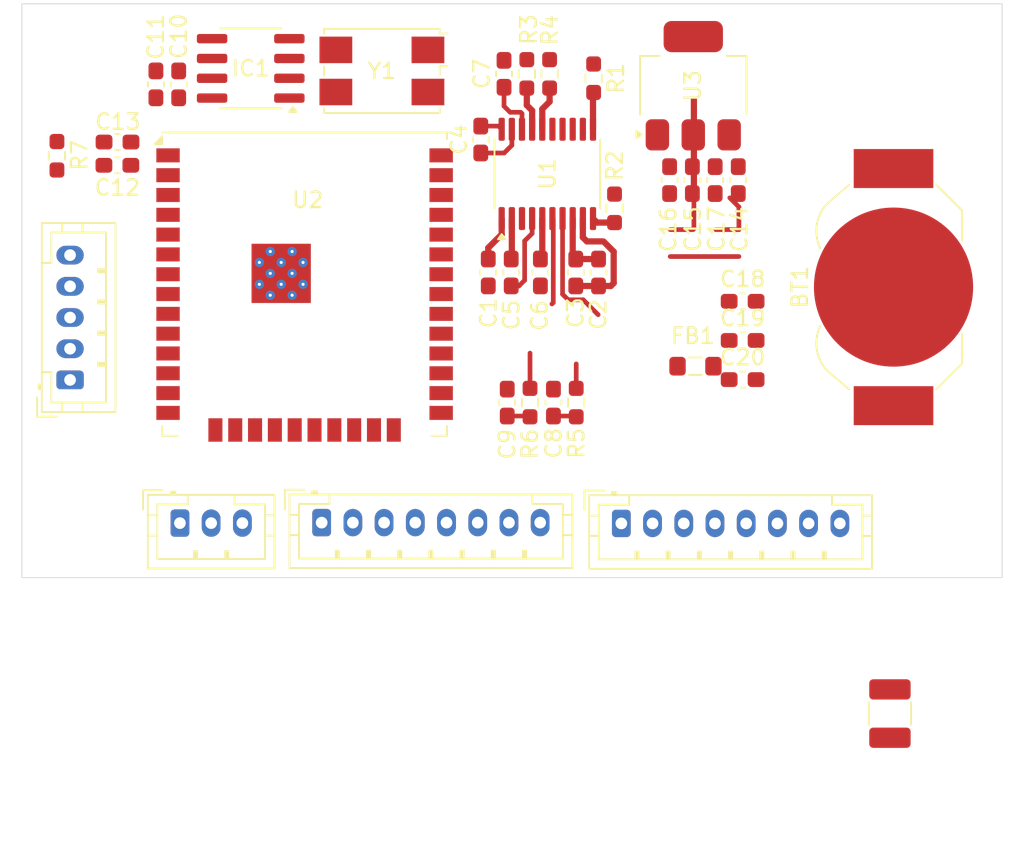
<source format=kicad_pcb>
(kicad_pcb (version 20240108) (generator "pcbnew") (generator_version "8.0")
  (layers (0 "F.Cu" signal) (31 "B.Cu" signal) (34 "B.Paste" user) (35 "F.Paste" user) (36 "B.SilkS" user "B.Silkscreen") (37 "F.SilkS" user "F.Silkscreen") (38 "B.Mask" user) (39 "F.Mask" user) (44 "Edge.Cuts" user))
  (net 0 "")
  (net 1 "GND")
  (net 2 "+BATT")
  (net 3 "+3.3V")
  (net 4 "GNDA")
  (net 5 "+3.3VA")
  (net 6 "Net-(U1-CAPM)")
  (net 7 "Net-(U1-CAPP)")
  (net 8 "Net-(U1-VNEG)")
  (net 9 "/LDOO_FILT")
  (net 10 "BT_AUDIO_R")
  (net 11 "BT_AUDIO_L")
  (net 12 "+5V")
  (net 13 "/RTC_OSC_IN")
  (net 14 "/RTC_OSC_OUT")
  (net 15 "I2C_SCL")
  (net 17 "I2C_SDA")
  (net 18 "UART_TX")
  (net 19 "ESP_BOOT")
  (net 20 "ESP_RST")
  (net 21 "UART_RX")
  (net 22 "IR_RECEIVER")
  (net 23 "/SRC_2_R")
  (net 24 "STBY")
  (net 25 "/SRC_2_L")
  (net 26 "SPI_CS2")
  (net 27 "SPI_CLK")
  (net 28 "SPI_MOSI")
  (net 29 "SPI_DC")
  (net 30 "SPI_CS1")
  (net 31 "SPI_RST")
  (net 32 "Net-(U1-FLT)")
  (net 33 "Net-(U1-DEMP)")
  (net 34 "Net-(U1-XSMT)")
  (net 35 "Net-(U1-FMT)")
  (net 36 "/BT_FILTER_R")
  (net 37 "/BT_FILTER_L")
  (net 38 "BT_I2S_SDATA")
  (net 39 "BT_I2S_LRCLK")
  (net 40 "BT_I2S_BCLK")
  (net 50 "AMP_MUTE")
  (net 51 "AMP_SHUTDOWN")
  (footprint "Resistor_SMD:R_0603_1608Metric_Pad0.98x0.95mm_HandSolder" (layer "F.Cu") (at 102.525 115.01 -90)
    (property "Reference" "R2" (at -2.73 -0.01 90) (layer "F.SilkS"))
    (property "Value" "10k")
    (pad "1" smd roundrect (at -0.9125 0 270) (size 0.975 0.95) (layers "F.Cu" "F.Paste" "F.Mask") (net 1 "GND"))
    (pad "2" smd roundrect (at 0.9125 0 270) (size 0.975 0.95) (layers "F.Cu" "F.Paste" "F.Mask") (net 33 "Net-(U1-DEMP)"))
  )
  (footprint "Battery:BatteryHolder_LINX_BAT-HLD-012-SMT" (layer "F.Cu") (at 120.4 120.06 -90)
    (property "Reference" "BT1" (at 0 6 90) (layer "F.SilkS"))
    (property "Value" "Battery")
    (pad "1" smd rect (at -7.6 0 270) (size 2.5 5.1) (layers "F.Cu" "F.Paste" "F.Mask") (net 2 "+BATT"))
    (pad "1" smd rect (at 7.6 0 270) (size 2.5 5.1) (layers "F.Cu" "F.Paste" "F.Mask") (net 2 "+BATT"))
    (pad "2" smd circle (at 0 0 270) (size 10.2 10.2) (layers "F.Cu" "F.Mask") (net 1 "GND"))
  )
  (footprint "Capacitor_SMD:C_0603_1608Metric_Pad1.08x0.95mm_HandSolder" (layer "F.Cu") (at 97.775 119.12 -90)
    (property "Reference" "C6" (at 2.76 0.06 90) (layer "F.SilkS"))
    (property "Value" "2.2u")
    (pad "1" smd roundrect (at -0.8625 0 270) (size 1.075 0.95) (layers "F.Cu" "F.Paste" "F.Mask") (net 8 "Net-(U1-VNEG)"))
    (pad "2" smd roundrect (at 0.8625 0 270) (size 1.075 0.95) (layers "F.Cu" "F.Paste" "F.Mask") (net 1 "GND"))
  )
  (footprint "Resistor_SMD:R_0603_1608Metric_Pad0.98x0.95mm_HandSolder" (layer "F.Cu") (at 100.07 127.4625 -90)
    (property "Reference" "R5" (at 2.61 -0.01 90) (layer "F.SilkS"))
    (property "Value" "470")
    (pad "1" smd roundrect (at -0.9125 0 270) (size 0.975 0.95) (layers "F.Cu" "F.Paste" "F.Mask") (net 36 "/BT_FILTER_R"))
    (pad "2" smd roundrect (at 0.9125 0 270) (size 0.975 0.95) (layers "F.Cu" "F.Paste" "F.Mask") (net 10 "BT_AUDIO_R"))
  )
  (footprint "Capacitor_SMD:C_0603_1608Metric_Pad1.08x0.95mm_HandSolder" (layer "F.Cu") (at 108.9725 113.2 -90)
    (property "Reference" "C17" (at 3.14 -0.08 90) (layer "F.SilkS"))
    (property "Value" "100n")
    (pad "1" smd roundrect (at -0.8625 0 270) (size 1.075 0.95) (layers "F.Cu" "F.Paste" "F.Mask") (net 12 "+5V"))
    (pad "2" smd roundrect (at 0.8625 0 270) (size 1.075 0.95) (layers "F.Cu" "F.Paste" "F.Mask") (net 1 "GND"))
  )
  (footprint "Capacitor_SMD:C_0603_1608Metric_Pad1.08x0.95mm_HandSolder" (layer "F.Cu") (at 74.6 107.0625 90)
    (property "Reference" "C10" (at 3.08 0 90) (layer "F.SilkS"))
    (property "Value" "1u")
    (pad "1" smd roundrect (at -0.8625 0 90) (size 1.075 0.95) (layers "F.Cu" "F.Paste" "F.Mask") (net 3 "+3.3V"))
    (pad "2" smd roundrect (at 0.8625 0 90) (size 1.075 0.95) (layers "F.Cu" "F.Paste" "F.Mask") (net 1 "GND"))
  )
  (footprint "Connector_JST:JST_PH_B8B-PH-K_1x08_P2.00mm_Vertical" (layer "F.Cu") (at 102.96 135.21)
    (property "Reference" "J3" (hide yes))
    (property "Value" "PH")
    (pad "1" thru_hole roundrect (at 0 0) (size 1.2 1.75) (drill 0.75) (layers "*.Cu" "*.Mask") (roundrect_rratio 0.208333) (net 25 "/SRC_2_L"))
    (pad "2" thru_hole oval (at 2 0) (size 1.2 1.75) (drill 0.75) (layers "*.Cu" "*.Mask") (net 4 "GNDA"))
    (pad "3" thru_hole oval (at 4 0) (size 1.2 1.75) (drill 0.75) (layers "*.Cu" "*.Mask") (net 23 "/SRC_2_R"))
    (pad "4" thru_hole oval (at 6 0) (size 1.2 1.75) (drill 0.75) (layers "*.Cu" "*.Mask") (net 18 "UART_TX"))
    (pad "5" thru_hole oval (at 8 0) (size 1.2 1.75) (drill 0.75) (layers "*.Cu" "*.Mask") (net 21 "UART_RX"))
    (pad "6" thru_hole oval (at 10 0) (size 1.2 1.75) (drill 0.75) (layers "*.Cu" "*.Mask") (net 24 "STBY"))
    (pad "7" thru_hole oval (at 12 0) (size 1.2 1.75) (drill 0.75) (layers "*.Cu" "*.Mask") (net 12 "+5V"))
    (pad "8" thru_hole oval (at 14 0) (size 1.2 1.75) (drill 0.75) (layers "*.Cu" "*.Mask") (net 1 "GND"))
  )
  (footprint "Capacitor_SMD:C_0603_1608Metric_Pad1.08x0.95mm_HandSolder" (layer "F.Cu") (at 98.61 127.4625 90)
    (property "Reference" "C8" (at -2.61 0.01 90) (layer "F.SilkS"))
    (property "Value" "2.2n")
    (pad "1" smd roundrect (at -0.8625 0 90) (size 1.075 0.95) (layers "F.Cu" "F.Paste" "F.Mask") (net 10 "BT_AUDIO_R"))
    (pad "2" smd roundrect (at 0.8625 0 90) (size 1.075 0.95) (layers "F.Cu" "F.Paste" "F.Mask") (net 4 "GNDA"))
  )
  (footprint "Package_SO:SOIC-8_3.9x4.9mm_P1.27mm" (layer "F.Cu") (at 79.215 106.0375 180)
    (property "Reference" "IC1" (at 0 0 360) (layer "F.SilkS"))
    (property "Value" "BQ32002D")
    (pad "1" smd roundrect (at -2.475 -1.905 180) (size 1.95 0.6) (layers "F.Cu" "F.Paste" "F.Mask") (net 13 "/RTC_OSC_IN"))
    (pad "2" smd roundrect (at -2.475 -0.635 180) (size 1.95 0.6) (layers "F.Cu" "F.Paste" "F.Mask") (net 14 "/RTC_OSC_OUT"))
    (pad "3" smd roundrect (at -2.475 0.635 180) (size 1.95 0.6) (layers "F.Cu" "F.Paste" "F.Mask") (net 2 "+BATT"))
    (pad "4" smd roundrect (at -2.475 1.905 180) (size 1.95 0.6) (layers "F.Cu" "F.Paste" "F.Mask") (net 1 "GND"))
    (pad "5" smd roundrect (at 2.475 1.905 180) (size 1.95 0.6) (layers "F.Cu" "F.Paste" "F.Mask") (net 17 "I2C_SDA"))
    (pad "6" smd roundrect (at 2.475 0.635 180) (size 1.95 0.6) (layers "F.Cu" "F.Paste" "F.Mask") (net 15 "I2C_SCL"))
    (pad "7" smd roundrect (at 2.475 -0.635 180) (size 1.95 0.6) (layers "F.Cu" "F.Paste" "F.Mask"))
    (pad "8" smd roundrect (at 2.475 -1.905 180) (size 1.95 0.6) (layers "F.Cu" "F.Paste" "F.Mask") (net 3 "+3.3V"))
  )
  (footprint "Capacitor_SMD:C_0603_1608Metric_Pad1.08x0.95mm_HandSolder" (layer "F.Cu") (at 110.4525 113.2 -90)
    (property "Reference" "C14" (at 3.16 -0.07 90) (layer "F.SilkS"))
    (property "Value" "22u")
    (pad "1" smd roundrect (at -0.8625 0 270) (size 1.075 0.95) (layers "F.Cu" "F.Paste" "F.Mask") (net 12 "+5V"))
    (pad "2" smd roundrect (at 0.8625 0 270) (size 1.075 0.95) (layers "F.Cu" "F.Paste" "F.Mask") (net 1 "GND"))
  )
  (footprint "Resistor_SMD:R_0603_1608Metric_Pad0.98x0.95mm_HandSolder" (layer "F.Cu") (at 98.365 106.39 -90)
    (property "Reference" "R4" (at -2.81 -0.01 90) (layer "F.SilkS"))
    (property "Value" "10k")
    (pad "1" smd roundrect (at -0.9125 0 270) (size 0.975 0.95) (layers "F.Cu" "F.Paste" "F.Mask") (net 1 "GND"))
    (pad "2" smd roundrect (at 0.9125 0 270) (size 0.975 0.95) (layers "F.Cu" "F.Paste" "F.Mask") (net 35 "Net-(U1-FMT)"))
  )
  (footprint "Capacitor_SMD:C_0603_1608Metric_Pad1.08x0.95mm_HandSolder" (layer "F.Cu") (at 110.7325 123.48)
    (property "Reference" "C19" (at 0 -1.43 0) (layer "F.SilkS"))
    (property "Value" "1u")
    (pad "1" smd roundrect (at -0.8625 0) (size 1.075 0.95) (layers "F.Cu" "F.Paste" "F.Mask") (net 5 "+3.3VA"))
    (pad "2" smd roundrect (at 0.8625 0) (size 1.075 0.95) (layers "F.Cu" "F.Paste" "F.Mask") (net 4 "GNDA"))
  )
  (footprint "Capacitor_SMD:C_0603_1608Metric_Pad1.08x0.95mm_HandSolder" (layer "F.Cu") (at 107.5125 113.2 -90)
    (property "Reference" "C15" (at 3.135 -0.0325 90) (layer "F.SilkS"))
    (property "Value" "22u")
    (pad "1" smd roundrect (at -0.8625 0 270) (size 1.075 0.95) (layers "F.Cu" "F.Paste" "F.Mask") (net 3 "+3.3V"))
    (pad "2" smd roundrect (at 0.8625 0 270) (size 1.075 0.95) (layers "F.Cu" "F.Paste" "F.Mask") (net 1 "GND"))
  )
  (footprint "Package_TO_SOT_SMD:SOT-223-3_TabPin2" (layer "F.Cu") (at 107.57 107.15 90)
    (property "Reference" "U3" (at 0 -0.0375 90) (layer "F.SilkS"))
    (property "Value" "AMS1117-3.3")
    (pad "1" smd roundrect (at -3.15 -2.3 90) (size 2 1.5) (layers "F.Cu" "F.Paste" "F.Mask") (net 1 "GND"))
    (pad "2" smd roundrect (at -3.15 0 90) (size 2 1.5) (layers "F.Cu" "F.Paste" "F.Mask") (net 3 "+3.3V"))
    (pad "2" smd roundrect (at 3.15 0 90) (size 2 3.8) (layers "F.Cu" "F.Paste" "F.Mask") (net 3 "+3.3V"))
    (pad "3" smd roundrect (at -3.15 2.3 90) (size 2 1.5) (layers "F.Cu" "F.Paste" "F.Mask") (net 12 "+5V"))
  )
  (footprint "Connector_JST:JST_PH_B5B-PH-K_1x05_P2.00mm_Vertical" (layer "F.Cu") (at 67.64 126.01 90)
    (property "Reference" "J1" (hide yes))
    (property "Value" "PH")
    (pad "1" thru_hole roundrect (at 0 0 90) (size 1.2 1.75) (drill 0.75) (layers "*.Cu" "*.Mask") (roundrect_rratio 0.208333) (net 18 "UART_TX"))
    (pad "2" thru_hole oval (at 2 0 90) (size 1.2 1.75) (drill 0.75) (layers "*.Cu" "*.Mask") (net 21 "UART_RX"))
    (pad "3" thru_hole oval (at 4 0 90) (size 1.2 1.75) (drill 0.75) (layers "*.Cu" "*.Mask") (net 19 "ESP_BOOT"))
    (pad "4" thru_hole oval (at 6 0 90) (size 1.2 1.75) (drill 0.75) (layers "*.Cu" "*.Mask") (net 20 "ESP_RST"))
    (pad "5" thru_hole oval (at 8 0 90) (size 1.2 1.75) (drill 0.75) (layers "*.Cu" "*.Mask") (net 1 "GND"))
  )
  (footprint "Capacitor_SMD:C_0603_1608Metric_Pad1.08x0.95mm_HandSolder" (layer "F.Cu") (at 95.905 119.12 -90)
    (property "Reference" "C5" (at 2.73 -0.01 90) (layer "F.SilkS"))
    (property "Value" "2.2u")
    (pad "1" smd roundrect (at -0.8625 0 270) (size 1.075 0.95) (layers "F.Cu" "F.Paste" "F.Mask") (net 7 "Net-(U1-CAPP)"))
    (pad "2" smd roundrect (at 0.8625 0 270) (size 1.075 0.95) (layers "F.Cu" "F.Paste" "F.Mask") (net 6 "Net-(U1-CAPM)"))
  )
  (footprint "Capacitor_SMD:C_0603_1608Metric_Pad1.08x0.95mm_HandSolder" (layer "F.Cu") (at 101.500929 119.124071 -90)
    (property "Reference" "C2" (at 2.6925 0.02 90) (layer "F.SilkS"))
    (property "Value" "100n")
    (pad "1" smd roundrect (at -0.8625 0 270) (size 1.075 0.95) (layers "F.Cu" "F.Paste" "F.Mask") (net 5 "+3.3VA"))
    (pad "2" smd roundrect (at 0.8625 0 270) (size 1.075 0.95) (layers "F.Cu" "F.Paste" "F.Mask") (net 4 "GNDA"))
  )
  (footprint "Capacitor_SMD:C_0603_1608Metric_Pad1.08x0.95mm_HandSolder" (layer "F.Cu") (at 106.0525 113.2 -90)
    (property "Reference" "C16" (at 3.16 0.09 90) (layer "F.SilkS"))
    (property "Value" "100n")
    (pad "1" smd roundrect (at -0.8625 0 270) (size 1.075 0.95) (layers "F.Cu" "F.Paste" "F.Mask") (net 3 "+3.3V"))
    (pad "2" smd roundrect (at 0.8625 0 270) (size 1.075 0.95) (layers "F.Cu" "F.Paste" "F.Mask") (net 1 "GND"))
  )
  (footprint "Capacitor_SMD:C_0603_1608Metric_Pad1.08x0.95mm_HandSolder" (layer "F.Cu") (at 95.445 106.3875 90)
    (property "Reference" "C7" (at 0 -1.43 90) (layer "F.SilkS"))
    (property "Value" "100n")
    (pad "1" smd roundrect (at -0.8625 0 90) (size 1.075 0.95) (layers "F.Cu" "F.Paste" "F.Mask") (net 9 "/LDOO_FILT"))
    (pad "2" smd roundrect (at 0.8625 0 90) (size 1.075 0.95) (layers "F.Cu" "F.Paste" "F.Mask") (net 1 "GND"))
  )
  (footprint "Connector_JST:JST_PH_B3B-PH-K_1x03_P2.00mm_Vertical" (layer "F.Cu") (at 74.68 135.19)
    (property "Reference" "J2" (hide yes))
    (property "Value" "PH")
    (pad "1" thru_hole roundrect (at 0 0) (size 1.2 1.75) (drill 0.75) (layers "*.Cu" "*.Mask") (roundrect_rratio 0.208333) (net 3 "+3.3V"))
    (pad "2" thru_hole oval (at 2 0) (size 1.2 1.75) (drill 0.75) (layers "*.Cu" "*.Mask") (net 22 "IR_RECEIVER"))
    (pad "3" thru_hole oval (at 4 0) (size 1.2 1.75) (drill 0.75) (layers "*.Cu" "*.Mask") (net 1 "GND"))
  )
  (footprint "Capacitor_SMD:C_0603_1608Metric_Pad1.08x0.95mm_HandSolder" (layer "F.Cu") (at 110.7325 125.99)
    (property "Reference" "C20" (at 0 -1.43 0) (layer "F.SilkS"))
    (property "Value" "1u")
    (pad "1" smd roundrect (at -0.8625 0) (size 1.075 0.95) (layers "F.Cu" "F.Paste" "F.Mask") (net 3 "+3.3V"))
    (pad "2" smd roundrect (at 0.8625 0) (size 1.075 0.95) (layers "F.Cu" "F.Paste" "F.Mask") (net 1 "GND"))
  )
  (footprint "Capacitor_SMD:C_0603_1608Metric_Pad1.08x0.95mm_HandSolder" (layer "F.Cu") (at 110.7325 120.97)
    (property "Reference" "C18" (at 0 -1.43 0) (layer "F.SilkS"))
    (property "Value" "10n")
    (pad "1" smd roundrect (at -0.8625 0) (size 1.075 0.95) (layers "F.Cu" "F.Paste" "F.Mask") (net 5 "+3.3VA"))
    (pad "2" smd roundrect (at 0.8625 0) (size 1.075 0.95) (layers "F.Cu" "F.Paste" "F.Mask") (net 4 "GNDA"))
  )
  (footprint "Capacitor_SMD:C_0603_1608Metric_Pad1.08x0.95mm_HandSolder" (layer "F.Cu") (at 73.14 107.0625 90)
    (property "Reference" "C11" (at 3.04 -0.01 90) (layer "F.SilkS"))
    (property "Value" "100n")
    (pad "1" smd roundrect (at -0.8625 0 90) (size 1.075 0.95) (layers "F.Cu" "F.Paste" "F.Mask") (net 3 "+3.3V"))
    (pad "2" smd roundrect (at 0.8625 0 90) (size 1.075 0.95) (layers "F.Cu" "F.Paste" "F.Mask") (net 1 "GND"))
  )
  (footprint "Package_SO:TSSOP-20_4.4x6.5mm_P0.65mm" (layer "F.Cu") (at 98.22 112.8025 90)
    (property "Reference" "U1" (at 0 0 90) (layer "F.SilkS"))
    (property "Value" "PCM5102A")
    (pad "1" smd roundrect (at -2.8625 -2.925 90) (size 1.475 0.4) (layers "F.Cu" "F.Paste" "F.Mask") (net 3 "+3.3V"))
    (pad "2" smd roundrect (at -2.8625 -2.275 90) (size 1.475 0.4) (layers "F.Cu" "F.Paste" "F.Mask") (net 7 "Net-(U1-CAPP)"))
    (pad "3" smd roundrect (at -2.8625 -1.625 90) (size 1.475 0.4) (layers "F.Cu" "F.Paste" "F.Mask") (net 1 "GND"))
    (pad "4" smd roundrect (at -2.8625 -0.975 90) (size 1.475 0.4) (layers "F.Cu" "F.Paste" "F.Mask") (net 6 "Net-(U1-CAPM)"))
    (pad "5" smd roundrect (at -2.8625 -0.325 90) (size 1.475 0.4) (layers "F.Cu" "F.Paste" "F.Mask") (net 8 "Net-(U1-VNEG)"))
    (pad "6" smd roundrect (at -2.8625 0.325 90) (size 1.475 0.4) (layers "F.Cu" "F.Paste" "F.Mask") (net 37 "/BT_FILTER_L"))
    (pad "7" smd roundrect (at -2.8625 0.975 90) (size 1.475 0.4) (layers "F.Cu" "F.Paste" "F.Mask") (net 36 "/BT_FILTER_R"))
    (pad "8" smd roundrect (at -2.8625 1.625 90) (size 1.475 0.4) (layers "F.Cu" "F.Paste" "F.Mask") (net 5 "+3.3VA"))
    (pad "9" smd roundrect (at -2.8625 2.275 90) (size 1.475 0.4) (layers "F.Cu" "F.Paste" "F.Mask") (net 4 "GNDA"))
    (pad "10" smd roundrect (at -2.8625 2.925 90) (size 1.475 0.4) (layers "F.Cu" "F.Paste" "F.Mask") (net 33 "Net-(U1-DEMP)"))
    (pad "11" smd roundrect (at 2.8625 2.925 90) (size 1.475 0.4) (layers "F.Cu" "F.Paste" "F.Mask") (net 32 "Net-(U1-FLT)"))
    (pad "12" smd roundrect (at 2.8625 2.275 90) (size 1.475 0.4) (layers "F.Cu" "F.Paste" "F.Mask") (net 1 "GND"))
    (pad "13" smd roundrect (at 2.8625 1.625 90) (size 1.475 0.4) (layers "F.Cu" "F.Paste" "F.Mask") (net 40 "BT_I2S_BCLK"))
    (pad "14" smd roundrect (at 2.8625 0.975 90) (size 1.475 0.4) (layers "F.Cu" "F.Paste" "F.Mask") (net 38 "BT_I2S_SDATA"))
    (pad "15" smd roundrect (at 2.8625 0.325 90) (size 1.475 0.4) (layers "F.Cu" "F.Paste" "F.Mask") (net 39 "BT_I2S_LRCLK"))
    (pad "16" smd roundrect (at 2.8625 -0.325 90) (size 1.475 0.4) (layers "F.Cu" "F.Paste" "F.Mask") (net 35 "Net-(U1-FMT)"))
    (pad "17" smd roundrect (at 2.8625 -0.975 90) (size 1.475 0.4) (layers "F.Cu" "F.Paste" "F.Mask") (net 34 "Net-(U1-XSMT)"))
    (pad "18" smd roundrect (at 2.8625 -1.625 90) (size 1.475 0.4) (layers "F.Cu" "F.Paste" "F.Mask") (net 9 "/LDOO_FILT"))
    (pad "19" smd roundrect (at 2.8625 -2.275 90) (size 1.475 0.4) (layers "F.Cu" "F.Paste" "F.Mask") (net 1 "GND"))
    (pad "20" smd roundrect (at 2.8625 -2.925 90) (size 1.475 0.4) (layers "F.Cu" "F.Paste" "F.Mask") (net 3 "+3.3V"))
  )
  (footprint "Connector_JST:JST_PH_B8B-PH-K_1x08_P2.00mm_Vertical" (layer "F.Cu") (at 83.76 135.16)
    (property "Reference" "J4" (hide yes))
    (property "Value" "PH")
    (pad "1" thru_hole roundrect (at 0 0) (size 1.2 1.75) (drill 0.75) (layers "*.Cu" "*.Mask") (roundrect_rratio 0.208333) (net 26 "SPI_CS2"))
    (pad "2" thru_hole oval (at 2 0) (size 1.2 1.75) (drill 0.75) (layers "*.Cu" "*.Mask") (net 30 "SPI_CS1"))
    (pad "3" thru_hole oval (at 4 0) (size 1.2 1.75) (drill 0.75) (layers "*.Cu" "*.Mask") (net 29 "SPI_DC"))
    (pad "4" thru_hole oval (at 6 0) (size 1.2 1.75) (drill 0.75) (layers "*.Cu" "*.Mask") (net 31 "SPI_RST"))
    (pad "5" thru_hole oval (at 8 0) (size 1.2 1.75) (drill 0.75) (layers "*.Cu" "*.Mask") (net 28 "SPI_MOSI"))
    (pad "6" thru_hole oval (at 10 0) (size 1.2 1.75) (drill 0.75) (layers "*.Cu" "*.Mask") (net 27 "SPI_CLK"))
    (pad "7" thru_hole oval (at 12 0) (size 1.2 1.75) (drill 0.75) (layers "*.Cu" "*.Mask") (net 3 "+3.3V"))
    (pad "8" thru_hole oval (at 14 0) (size 1.2 1.75) (drill 0.75) (layers "*.Cu" "*.Mask") (net 1 "GND"))
  )
  (footprint "MountingHole:MountingHole_3.2mm_M3" (layer "F.Cu") (at 123.63 135.01)
    (property "Reference" "H1" (hide yes))
    (property "Value" "MountingHole")
    (pad "" np_thru_hole circle (at 0 0) (size 3.2 3.2) (drill 3.2) (layers "F&B.Cu" "*.Mask"))
  )
  (footprint "Capacitor_SMD:C_0603_1608Metric_Pad1.08x0.95mm_HandSolder" (layer "F.Cu") (at 100.040929 119.124071 -90)
    (property "Reference" "C3" (at 2.5825 0.02 90) (layer "F.SilkS"))
    (property "Value" "10u")
    (pad "1" smd roundrect (at -0.8625 0 270) (size 1.075 0.95) (layers "F.Cu" "F.Paste" "F.Mask") (net 5 "+3.3VA"))
    (pad "2" smd roundrect (at 0.8625 0 270) (size 1.075 0.95) (layers "F.Cu" "F.Paste" "F.Mask") (net 4 "GNDA"))
  )
  (footprint "MountingHole:MountingHole_3.2mm_M3" (layer "F.Cu") (at 122.97 106.19)
    (property "Reference" "H4" (hide yes))
    (property "Value" "MountingHole")
    (pad "" np_thru_hole circle (at 0 0) (size 3.2 3.2) (drill 3.2) (layers "F&B.Cu" "*.Mask"))
  )
  (footprint "Resistor_SMD:R_1210_3225Metric_Pad1.30x2.65mm_HandSolder" (layer "F.Cu") (at 120.17 147.4 90)
    (property "Reference" "JP1" (hide yes))
    (property "Value" "Jumper_2_Small_Bridged")
    (pad "1" smd roundrect (at -1.55 0 90) (size 1.3 2.65) (layers "F.Cu" "F.Paste" "F.Mask") (roundrect_rratio 0.192308) (net 1 "GND"))
    (pad "2" smd roundrect (at 1.55 0 90) (size 1.3 2.65) (layers "F.Cu" "F.Paste" "F.Mask") (roundrect_rratio 0.192308) (net 4 "GNDA"))
  )
  (footprint "Resistor_SMD:R_0603_1608Metric_Pad0.98x0.95mm_HandSolder" (layer "F.Cu") (at 101.185 106.67 -90)
    (property "Reference" "R1" (at 0 -1.43 90) (layer "F.SilkS"))
    (property "Value" "10k")
    (pad "1" smd roundrect (at -0.9125 0 270) (size 0.975 0.95) (layers "F.Cu" "F.Paste" "F.Mask") (net 1 "GND"))
    (pad "2" smd roundrect (at 0.9125 0 270) (size 0.975 0.95) (layers "F.Cu" "F.Paste" "F.Mask") (net 32 "Net-(U1-FLT)"))
  )
  (footprint "Resistor_SMD:R_0603_1608Metric_Pad0.98x0.95mm_HandSolder" (layer "F.Cu") (at 66.8 111.64 90)
    (property "Reference" "R7" (at 0.04 1.44 90) (layer "F.SilkS"))
    (property "Value" "10k")
    (pad "1" smd roundrect (at -0.9125 0 90) (size 0.975 0.95) (layers "F.Cu" "F.Paste" "F.Mask") (net 3 "+3.3V"))
    (pad "2" smd roundrect (at 0.9125 0 90) (size 0.975 0.95) (layers "F.Cu" "F.Paste" "F.Mask") (net 20 "ESP_RST"))
  )
  (footprint "MountingHole:MountingHole_3.2mm_M3" (layer "F.Cu") (at 68.3 105.75)
    (property "Reference" "H3" (hide yes))
    (property "Value" "MountingHole")
    (pad "" np_thru_hole circle (at 0 0) (size 3.2 3.2) (drill 3.2) (layers "F&B.Cu" "*.Mask"))
  )
  (footprint "Inductor_SMD:L_0805_2012Metric_Pad1.05x1.20mm_HandSolder" (layer "F.Cu") (at 107.71 125.13)
    (property "Reference" "FB1" (at -0.17 -1.95 0) (layer "F.SilkS"))
    (property "Value" "Ferrite 120R")
    (pad "1" smd roundrect (at -1.15 0) (size 1.05 1.2) (layers "F.Cu" "F.Paste" "F.Mask") (roundrect_rratio 0.238095) (net 5 "+3.3VA"))
    (pad "2" smd roundrect (at 1.15 0) (size 1.05 1.2) (layers "F.Cu" "F.Paste" "F.Mask") (roundrect_rratio 0.238095) (net 3 "+3.3V"))
  )
  (footprint "RF_Module:ESP32-WROOM-32U" (layer "F.Cu") (at 82.6675 119.87)
    (property "Reference" "U2" (at 0.2 -5.4 180) (layer "F.SilkS"))
    (property "Value" "ESP32-WROOM-32U")
    (pad "1" smd rect (at -8.75 -8.255) (size 1.5 0.9) (layers "F.Cu" "F.Paste" "F.Mask") (net 1 "GND"))
    (pad "2" smd rect (at -8.75 -6.985) (size 1.5 0.9) (layers "F.Cu" "F.Paste" "F.Mask") (net 3 "+3.3V"))
    (pad "3" smd rect (at -8.75 -5.715) (size 1.5 0.9) (layers "F.Cu" "F.Paste" "F.Mask") (net 20 "ESP_RST"))
    (pad "4" smd rect (at -8.75 -4.445) (size 1.5 0.9) (layers "F.Cu" "F.Paste" "F.Mask"))
    (pad "5" smd rect (at -8.75 -3.175) (size 1.5 0.9) (layers "F.Cu" "F.Paste" "F.Mask"))
    (pad "6" smd rect (at -8.75 -1.905) (size 1.5 0.9) (layers "F.Cu" "F.Paste" "F.Mask"))
    (pad "7" smd rect (at -8.75 -0.635) (size 1.5 0.9) (layers "F.Cu" "F.Paste" "F.Mask"))
    (pad "8" smd rect (at -8.75 0.635) (size 1.5 0.9) (layers "F.Cu" "F.Paste" "F.Mask"))
    (pad "9" smd rect (at -8.75 1.905) (size 1.5 0.9) (layers "F.Cu" "F.Paste" "F.Mask"))
    (pad "10" smd rect (at -8.75 3.175) (size 1.5 0.9) (layers "F.Cu" "F.Paste" "F.Mask") (net 39 "BT_I2S_LRCLK"))
    (pad "11" smd rect (at -8.75 4.445) (size 1.5 0.9) (layers "F.Cu" "F.Paste" "F.Mask") (net 40 "BT_I2S_BCLK"))
    (pad "12" smd rect (at -8.75 5.715) (size 1.5 0.9) (layers "F.Cu" "F.Paste" "F.Mask") (net 38 "BT_I2S_SDATA"))
    (pad "13" smd rect (at -8.75 6.985) (size 1.5 0.9) (layers "F.Cu" "F.Paste" "F.Mask"))
    (pad "14" smd rect (at -8.75 8.255) (size 1.5 0.9) (layers "F.Cu" "F.Paste" "F.Mask"))
    (pad "15" smd rect (at -5.715 9.35 90) (size 1.5 0.9) (layers "F.Cu" "F.Paste" "F.Mask") (net 1 "GND"))
    (pad "16" smd rect (at -4.445 9.35 90) (size 1.5 0.9) (layers "F.Cu" "F.Paste" "F.Mask") (net 30 "SPI_CS1"))
    (pad "17" smd rect (at -3.175 9.35 90) (size 1.5 0.9) (layers "F.Cu" "F.Paste" "F.Mask"))
    (pad "18" smd rect (at -1.905 9.35 90) (size 1.5 0.9) (layers "F.Cu" "F.Paste" "F.Mask"))
    (pad "19" smd rect (at -0.635 9.35 90) (size 1.5 0.9) (layers "F.Cu" "F.Paste" "F.Mask"))
    (pad "20" smd rect (at 0.635 9.35 90) (size 1.5 0.9) (layers "F.Cu" "F.Paste" "F.Mask"))
    (pad "21" smd rect (at 1.905 9.35 90) (size 1.5 0.9) (layers "F.Cu" "F.Paste" "F.Mask"))
    (pad "22" smd rect (at 3.175 9.35 90) (size 1.5 0.9) (layers "F.Cu" "F.Paste" "F.Mask"))
    (pad "23" smd rect (at 4.445 9.35 90) (size 1.5 0.9) (layers "F.Cu" "F.Paste" "F.Mask") (net 51 "AMP_SHUTDOWN"))
    (pad "24" smd rect (at 5.715 9.35 90) (size 1.5 0.9) (layers "F.Cu" "F.Paste" "F.Mask"))
    (pad "25" smd rect (at 8.75 8.255) (size 1.5 0.9) (layers "F.Cu" "F.Paste" "F.Mask") (net 19 "ESP_BOOT"))
    (pad "26" smd rect (at 8.75 6.985) (size 1.5 0.9) (layers "F.Cu" "F.Paste" "F.Mask"))
    (pad "27" smd rect (at 8.75 5.715) (size 1.5 0.9) (layers "F.Cu" "F.Paste" "F.Mask") (net 50 "AMP_MUTE"))
    (pad "28" smd rect (at 8.75 4.445) (size 1.5 0.9) (layers "F.Cu" "F.Paste" "F.Mask"))
    (pad "29" smd rect (at 8.75 3.175) (size 1.5 0.9) (layers "F.Cu" "F.Paste" "F.Mask"))
    (pad "30" smd rect (at 8.75 1.905) (size 1.5 0.9) (layers "F.Cu" "F.Paste" "F.Mask"))
    (pad "31" smd rect (at 8.75 0.635) (size 1.5 0.9) (layers "F.Cu" "F.Paste" "F.Mask"))
    (pad "32" smd rect (at 8.75 -0.635) (size 1.5 0.9) (layers "F.Cu" "F.Paste" "F.Mask"))
    (pad "33" smd rect (at 8.75 -1.905) (size 1.5 0.9) (layers "F.Cu" "F.Paste" "F.Mask") (net 26 "SPI_CS2"))
    (pad "34" smd rect (at 8.75 -3.175) (size 1.5 0.9) (layers "F.Cu" "F.Paste" "F.Mask"))
    (pad "35" smd rect (at 8.75 -4.445) (size 1.5 0.9) (layers "F.Cu" "F.Paste" "F.Mask"))
    (pad "36" smd rect (at 8.75 -5.715) (size 1.5 0.9) (layers "F.Cu" "F.Paste" "F.Mask"))
    (pad "37" smd rect (at 8.75 -6.985) (size 1.5 0.9) (layers "F.Cu" "F.Paste" "F.Mask"))
    (pad "38" smd rect (at 8.75 -8.255) (size 1.5 0.9) (layers "F.Cu" "F.Paste" "F.Mask") (net 1 "GND"))
    (pad "39" smd rect (at -2.9 -2.09) (size 0.9 0.9) (layers "F.Cu" "F.Paste") (net 1 "GND"))
    (pad "39" thru_hole circle (at -2.9 -1.39) (size 0.6 0.6) (drill 0.2) (property pad_prop_heatsink) (layers "*.Cu" "F.Mask") (net 1 "GND"))
    (pad "39" smd rect (at -2.9 -0.69) (size 0.9 0.9) (layers "F.Cu" "F.Paste") (net 1 "GND"))
    (pad "39" thru_hole circle (at -2.9 0.01) (size 0.6 0.6) (drill 0.2) (property pad_prop_heatsink) (layers "*.Cu" "F.Mask") (net 1 "GND"))
    (pad "39" smd rect (at -2.9 0.71) (size 0.9 0.9) (layers "F.Cu" "F.Paste") (net 1 "GND"))
    (pad "39" thru_hole circle (at -2.2 -2.09) (size 0.6 0.6) (drill 0.2) (property pad_prop_heatsink) (layers "*.Cu" "F.Mask") (net 1 "GND"))
    (pad "39" thru_hole circle (at -2.2 -0.69) (size 0.6 0.6) (drill 0.2) (property pad_prop_heatsink) (layers "*.Cu" "F.Mask") (net 1 "GND"))
    (pad "39" thru_hole circle (at -2.2 0.71) (size 0.6 0.6) (drill 0.2) (property pad_prop_heatsink) (layers "*.Cu" "F.Mask") (net 1 "GND"))
    (pad "39" smd rect (at -1.5 -2.09) (size 0.9 0.9) (layers "F.Cu" "F.Paste") (net 1 "GND"))
    (pad "39" thru_hole circle (at -1.5 -1.39) (size 0.6 0.6) (drill 0.2) (property pad_prop_heatsink) (layers "*.Cu" "F.Mask") (net 1 "GND"))
    (pad "39" smd rect (at -1.5 -0.69) (size 0.9 0.9) (layers "F.Cu" "F.Paste") (net 1 "GND"))
    (pad "39" smd rect (at -1.5 -0.69) (size 3.8 3.8) (layers "F.Cu" "F.Mask") (net 1 "GND"))
    (pad "39" thru_hole circle (at -1.5 0.01) (size 0.6 0.6) (drill 0.2) (property pad_prop_heatsink) (layers "*.Cu" "F.Mask") (net 1 "GND"))
    (pad "39" smd rect (at -1.5 0.71) (size 0.9 0.9) (layers "F.Cu" "F.Paste") (net 1 "GND"))
    (pad "39" thru_hole circle (at -0.8 -2.09) (size 0.6 0.6) (drill 0.2) (property pad_prop_heatsink) (layers "*.Cu" "F.Mask") (net 1 "GND"))
    (pad "39" thru_hole circle (at -0.8 -0.69) (size 0.6 0.6) (drill 0.2) (property pad_prop_heatsink) (layers "*.Cu" "F.Mask") (net 1 "GND"))
    (pad "39" thru_hole circle (at -0.8 0.71) (size 0.6 0.6) (drill 0.2) (property pad_prop_heatsink) (layers "*.Cu" "F.Mask") (net 1 "GND"))
    (pad "39" smd rect (at -0.1 -2.09) (size 0.9 0.9) (layers "F.Cu" "F.Paste") (net 1 "GND"))
    (pad "39" thru_hole circle (at -0.1 -1.39) (size 0.6 0.6) (drill 0.2) (property pad_prop_heatsink) (layers "*.Cu" "F.Mask") (net 1 "GND"))
    (pad "39" smd rect (at -0.1 -0.69) (size 0.9 0.9) (layers "F.Cu" "F.Paste") (net 1 "GND"))
    (pad "39" thru_hole circle (at -0.1 0.01) (size 0.6 0.6) (drill 0.2) (property pad_prop_heatsink) (layers "*.Cu" "F.Mask") (net 1 "GND"))
    (pad "39" smd rect (at -0.1 0.71) (size 0.9 0.9) (layers "F.Cu" "F.Paste") (net 1 "GND"))
  )
  (footprint "Capacitor_SMD:C_0603_1608Metric_Pad1.08x0.95mm_HandSolder" (layer "F.Cu") (at 70.6725 112.25 180)
    (property "Reference" "C12" (at 0 -1.43 360) (layer "F.SilkS"))
    (property "Value" "10u")
    (pad "1" smd roundrect (at -0.8625 0 180) (size 1.075 0.95) (layers "F.Cu" "F.Paste" "F.Mask") (net 3 "+3.3V"))
    (pad "2" smd roundrect (at 0.8625 0 180) (size 1.075 0.95) (layers "F.Cu" "F.Paste" "F.Mask") (net 1 "GND"))
  )
  (footprint "Crystal:Crystal_SMD_7050-4Pin_7.0x5.0mm" (layer "F.Cu") (at 87.62 106.2025 180)
    (property "Reference" "Y1" (at 0 0 360) (layer "F.SilkS"))
    (property "Value" "32.768 kHz")
    (pad "1" smd rect (at -2.95 1.35 180) (size 2.1 1.7) (layers "F.Cu" "F.Paste" "F.Mask") (net 1 "GND"))
    (pad "2" smd rect (at 2.95 1.35 180) (size 2.1 1.7) (layers "F.Cu" "F.Paste" "F.Mask") (net 14 "/RTC_OSC_OUT"))
    (pad "3" smd rect (at 2.95 -1.35 180) (size 2.1 1.7) (layers "F.Cu" "F.Paste" "F.Mask") (net 1 "GND"))
    (pad "4" smd rect (at -2.95 -1.35 180) (size 2.1 1.7) (layers "F.Cu" "F.Paste" "F.Mask") (net 13 "/RTC_OSC_IN"))
  )
  (footprint "MountingHole:MountingHole_3.2mm_M3" (layer "F.Cu") (at 68.36 134.95)
    (property "Reference" "H2" (hide yes))
    (property "Value" "MountingHole")
    (pad "" np_thru_hole circle (at 0 0) (size 3.2 3.2) (drill 3.2) (layers "F&B.Cu" "*.Mask"))
  )
  (footprint "Resistor_SMD:R_0603_1608Metric_Pad0.98x0.95mm_HandSolder" (layer "F.Cu") (at 97.11 127.4625 -90)
    (property "Reference" "R6" (at 2.6525 0.005 90) (layer "F.SilkS"))
    (property "Value" "470")
    (pad "1" smd roundrect (at -0.9125 0 270) (size 0.975 0.95) (layers "F.Cu" "F.Paste" "F.Mask") (net 37 "/BT_FILTER_L"))
    (pad "2" smd roundrect (at 0.9125 0 270) (size 0.975 0.95) (layers "F.Cu" "F.Paste" "F.Mask") (net 11 "BT_AUDIO_L"))
  )
  (footprint "Capacitor_SMD:C_0603_1608Metric_Pad1.08x0.95mm_HandSolder" (layer "F.Cu") (at 70.68 110.76 180)
    (property "Reference" "C13" (at -0.0225 1.3 360) (layer "F.SilkS"))
    (property "Value" "100n")
    (pad "1" smd roundrect (at -0.8625 0 180) (size 1.075 0.95) (layers "F.Cu" "F.Paste" "F.Mask") (net 3 "+3.3V"))
    (pad "2" smd roundrect (at 0.8625 0 180) (size 1.075 0.95) (layers "F.Cu" "F.Paste" "F.Mask") (net 1 "GND"))
  )
  (footprint "Resistor_SMD:R_0603_1608Metric_Pad0.98x0.95mm_HandSolder" (layer "F.Cu") (at 96.905 106.39 -90)
    (property "Reference" "R3" (at -2.84 -0.12 90) (layer "F.SilkS"))
    (property "Value" "10k")
    (pad "1" smd roundrect (at -0.9125 0 270) (size 0.975 0.95) (layers "F.Cu" "F.Paste" "F.Mask") (net 3 "+3.3V"))
    (pad "2" smd roundrect (at 0.9125 0 270) (size 0.975 0.95) (layers "F.Cu" "F.Paste" "F.Mask") (net 34 "Net-(U1-XSMT)"))
  )
  (footprint "Capacitor_SMD:C_0603_1608Metric_Pad1.08x0.95mm_HandSolder" (layer "F.Cu") (at 94.435 119.12 -90)
    (property "Reference" "C1" (at 2.6 -0.01 90) (layer "F.SilkS"))
    (property "Value" "100n")
    (pad "1" smd roundrect (at -0.8625 0 270) (size 1.075 0.95) (layers "F.Cu" "F.Paste" "F.Mask") (net 3 "+3.3V"))
    (pad "2" smd roundrect (at 0.8625 0 270) (size 1.075 0.95) (layers "F.Cu" "F.Paste" "F.Mask") (net 1 "GND"))
  )
  (footprint "Capacitor_SMD:C_0603_1608Metric_Pad1.08x0.95mm_HandSolder" (layer "F.Cu") (at 95.65 127.4625 90)
    (property "Reference" "C9" (at -2.6725 -0.005 90) (layer "F.SilkS"))
    (property "Value" "2.2n")
    (pad "1" smd roundrect (at -0.8625 0 90) (size 1.075 0.95) (layers "F.Cu" "F.Paste" "F.Mask") (net 11 "BT_AUDIO_L"))
    (pad "2" smd roundrect (at 0.8625 0 90) (size 1.075 0.95) (layers "F.Cu" "F.Paste" "F.Mask") (net 4 "GNDA"))
  )
  (footprint "Capacitor_SMD:C_0603_1608Metric_Pad1.08x0.95mm_HandSolder" (layer "F.Cu") (at 93.955 110.6 -90)
    (property "Reference" "C4" (at -0.01 1.4 90) (layer "F.SilkS"))
    (property "Value" "100n")
    (pad "1" smd roundrect (at -0.8625 0 270) (size 1.075 0.95) (layers "F.Cu" "F.Paste" "F.Mask") (net 3 "+3.3V"))
    (pad "2" smd roundrect (at 0.8625 0 270) (size 1.075 0.95) (layers "F.Cu" "F.Paste" "F.Mask") (net 1 "GND"))
  )
  (gr_rect (start 64.55 101.9) (end 127.36 138.68) (stroke (width 0.05)) (fill none) (layer "Edge.Cuts"))
  (segment (start 95.945 110.97) (end 95.945 109.94) (width 0.3) (layer "F.Cu") (net 1))
  (segment (start 93.955 111.4625) (end 95.4525 111.4625) (width 0.3) (layer "F.Cu") (net 1))
  (segment (start 110.4925 114.92) (end 109.91 114.3375) (width 0.3) (layer "F.Cu") (net 1))
  (segment (start 110.4925 116.375) (end 109.0125 116.375) (width 0.3) (layer "F.Cu") (net 1))
  (segment (start 95.4525 111.4625) (end 95.945 110.97) (width 0.3) (layer "F.Cu") (net 1))
  (segment (start 110.4925 116.375) (end 110.4925 114.92) (width 0.3) (layer "F.Cu") (net 1))
  (segment (start 106.0925 118.1) (end 110.4925 118.1) (width 0.3) (layer "F.Cu") (net 1))
  (segment (start 95.0925 109.7375) (end 95.295 109.94) (width 0.3) (layer "F.Cu") (net 3))
  (segment (start 95.295 115.665) (end 95.295 116.68) (width 0.4) (layer "F.Cu") (net 3))
  (segment (start 94.435 117.54) (end 94.435 118.2575) (width 0.4) (layer "F.Cu") (net 3))
  (segment (start 107.61 114.3375) (end 107.61 116.3175) (width 0.3) (layer "F.Cu") (net 3))
  (segment (start 107.5525 116.375) (end 106.0925 116.375) (width 0.3) (layer "F.Cu") (net 3))
  (segment (start 107.61 116.3175) (end 107.5525 116.375) (width 0.3) (layer "F.Cu") (net 3))
  (segment (start 107.61 108.0375) (end 107.61 114.3375) (width 0.4) (layer "F.Cu") (net 3))
  (segment (start 95.295 116.68) (end 94.435 117.54) (width 0.4) (layer "F.Cu") (net 3))
  (segment (start 93.955 109.7375) (end 95.0925 109.7375) (width 0.3) (layer "F.Cu") (net 3))
  (segment (start 101.819071 117.134071) (end 102.470929 117.785929) (width 0.4) (layer "F.Cu") (net 4))
  (segment (start 100.495 115.665) (end 100.495 116.87) (width 0.4) (layer "F.Cu") (net 4))
  (segment (start 101.500929 119.986571) (end 100.040929 119.986571) (width 0.4) (layer "F.Cu") (net 4))
  (segment (start 102.470929 119.804071) (end 102.288429 119.986571) (width 0.4) (layer "F.Cu") (net 4))
  (segment (start 100.755 117.13) (end 101.733142 117.13) (width 0.4) (layer "F.Cu") (net 4))
  (segment (start 102.288429 119.986571) (end 101.500929 119.986571) (width 0.4) (layer "F.Cu") (net 4))
  (segment (start 102.470929 117.785929) (end 102.470929 119.804071) (width 0.4) (layer "F.Cu") (net 4))
  (segment (start 100.495 116.87) (end 100.755 117.13) (width 0.4) (layer "F.Cu") (net 4))
  (segment (start 99.845 118.1475) (end 99.955 118.2575) (width 0.4) (layer "F.Cu") (net 5))
  (segment (start 99.845 115.665) (end 99.845 118.1475) (width 0.4) (layer "F.Cu") (net 5))
  (segment (start 100.040929 118.261571) (end 101.500929 118.261571) (width 0.4) (layer "F.Cu") (net 5))
  (segment (start 96.4025 119.9825) (end 95.905 119.9825) (width 0.3) (layer "F.Cu") (net 6))
  (segment (start 97.245 116.62) (end 96.765 117.1) (width 0.3) (layer "F.Cu") (net 6))
  (segment (start 96.765 119.62) (end 96.4025 119.9825) (width 0.3) (layer "F.Cu") (net 6))
  (segment (start 97.245 115.665) (end 97.245 116.62) (width 0.3) (layer "F.Cu") (net 6))
  (segment (start 96.765 117.1) (end 96.765 119.62) (width 0.3) (layer "F.Cu") (net 6))
  (segment (start 95.945 115.665) (end 95.945 118.2175) (width 0.4) (layer "F.Cu") (net 7))
  (segment (start 95.945 118.2175) (end 95.905 118.2575) (width 0.4) (layer "F.Cu") (net 7))
  (segment (start 97.975 118.2575) (end 97.895 118.1775) (width 0.4) (layer "F.Cu") (net 8))
  (segment (start 97.895 118.1775) (end 97.895 115.665) (width 0.4) (layer "F.Cu") (net 8))
  (segment (start 96.5075 108.8525) (end 95.8375 108.8525) (width 0.3) (layer "F.Cu") (net 9))
  (segment (start 95.8375 108.8525) (end 95.445 108.46) (width 0.3) (layer "F.Cu") (net 9))
  (segment (start 96.595 109.94) (end 96.595 108.94) (width 0.3) (layer "F.Cu") (net 9))
  (segment (start 96.595 108.94) (end 96.5075 108.8525) (width 0.3) (layer "F.Cu") (net 9))
  (segment (start 95.445 108.46) (end 95.445 107.25) (width 0.3) (layer "F.Cu") (net 9))
  (segment (start 100.02 128.325) (end 100.07 128.375) (width 0.3) (layer "F.Cu") (net 10))
  (segment (start 98.61 128.325) (end 100.02 128.325) (width 0.3) (layer "F.Cu") (net 10))
  (segment (start 97.06 128.325) (end 97.11 128.375) (width 0.3) (layer "F.Cu") (net 11))
  (segment (start 95.65 128.325) (end 97.06 128.325) (width 0.3) (layer "F.Cu") (net 11))
  (segment (start 101.145 109.94) (end 101.145 107.6225) (width 0.4) (layer "F.Cu") (net 32))
  (segment (start 101.145 107.6225) (end 101.185 107.5825) (width 0.4) (layer "F.Cu") (net 32))
  (segment (start 102.525 115.9225) (end 101.4025 115.9225) (width 0.4) (layer "F.Cu") (net 33))
  (segment (start 101.4025 115.9225) (end 101.145 115.665) (width 0.4) (layer "F.Cu") (net 33))
  (segment (start 97.245 109.94) (end 97.245 108.74) (width 0.4) (layer "F.Cu") (net 34))
  (segment (start 96.905 108.4) (end 96.905 107.3025) (width 0.4) (layer "F.Cu") (net 34))
  (segment (start 97.245 108.74) (end 96.905 108.4) (width 0.4) (layer "F.Cu") (net 34))
  (segment (start 97.895 109.94) (end 97.895 108.64) (width 0.4) (layer "F.Cu") (net 35))
  (segment (start 98.365 108.17) (end 98.365 107.3025) (width 0.4) (layer "F.Cu") (net 35))
  (segment (start 97.895 108.64) (end 98.365 108.17) (width 0.4) (layer "F.Cu") (net 35))
  (segment (start 99.195 120.515574) (end 99.553497 120.874071) (width 0.3) (layer "F.Cu") (net 36))
  (segment (start 99.553497 120.874071) (end 100.519071 120.874071) (width 0.3) (layer "F.Cu") (net 36))
  (segment (start 99.195 115.665) (end 99.195 120.515574) (width 0.3) (layer "F.Cu") (net 36))
  (segment (start 100.07 124.9825) (end 100.07 126.55) (width 0.3) (layer "F.Cu") (net 36))
  (segment (start 100.519071 120.874071) (end 101.475 121.83) (width 0.3) (layer "F.Cu") (net 36))
  (segment (start 98.6 121.055) (end 98.515 121.14) (width 0.3) (layer "F.Cu") (net 37))
  (segment (start 98.545 115.665) (end 98.6 115.72) (width 0.3) (layer "F.Cu") (net 37))
  (segment (start 98.6 115.72) (end 98.6 121.055) (width 0.3) (layer "F.Cu") (net 37))
  (segment (start 97.11 124.2925) (end 97.11 126.55) (width 0.3) (layer "F.Cu") (net 37))
)
</source>
